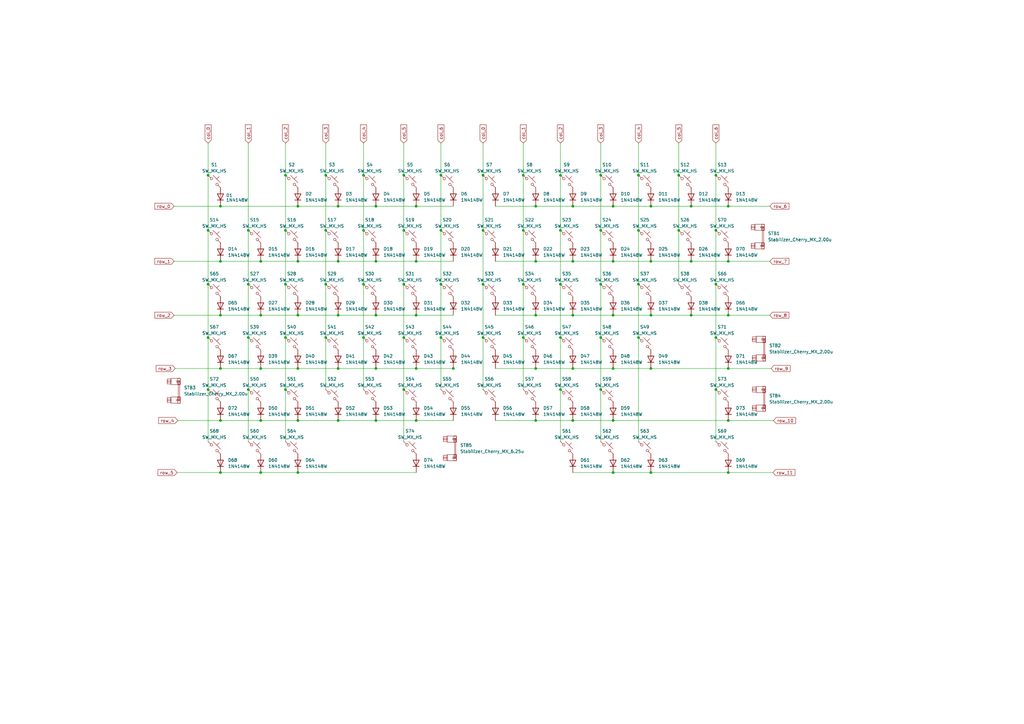
<source format=kicad_sch>
(kicad_sch (version 20250114) (generator "eeschema") (generator_version "9.0")
  (paper "A3")
  (junction (at 138.684 172.466))
  (junction (at 122.174 107.188))
  (junction (at 117.094 159.766))
  (junction (at 251.46 107.188))
  (junction (at 261.874 94.488))
  (junction (at 154.178 129.286))
  (junction (at 293.624 159.766))
  (junction (at 138.684 129.286))
  (junction (at 246.38 138.43))
  (junction (at 198.12 71.882))
  (junction (at 229.87 94.488))
  (junction (at 117.094 116.586))
  (junction (at 85.344 71.882))
  (junction (at 154.178 172.466))
  (junction (at 117.094 138.43))
  (junction (at 293.624 71.882))
  (junction (at 154.178 107.188))
  (junction (at 180.848 71.882))
  (junction (at 170.688 151.13))
  (junction (at 229.87 116.586))
  (junction (at 283.464 107.188))
  (junction (at 298.704 129.286))
  (junction (at 214.63 138.43))
  (junction (at 106.934 107.188))
  (junction (at 293.624 116.586))
  (junction (at 85.344 159.766))
  (junction (at 133.604 138.43))
  (junction (at 90.424 172.466))
  (junction (at 133.604 94.488))
  (junction (at 219.71 151.13))
  (junction (at 133.604 116.586))
  (junction (at 251.46 172.466))
  (junction (at 149.098 71.882))
  (junction (at 261.874 71.882))
  (junction (at 122.174 84.582))
  (junction (at 198.12 116.586))
  (junction (at 214.63 71.882))
  (junction (at 219.71 84.582))
  (junction (at 298.704 172.466))
  (junction (at 246.38 116.586))
  (junction (at 251.46 193.802))
  (junction (at 138.684 84.582))
  (junction (at 261.874 138.43))
  (junction (at 214.63 94.488))
  (junction (at 246.38 71.882))
  (junction (at 85.344 116.586))
  (junction (at 293.624 138.43))
  (junction (at 298.704 193.802))
  (junction (at 149.098 116.586))
  (junction (at 165.608 116.586))
  (junction (at 198.12 94.488))
  (junction (at 165.608 138.43))
  (junction (at 101.854 94.488))
  (junction (at 122.174 151.13))
  (junction (at 122.174 193.802))
  (junction (at 219.71 172.466))
  (junction (at 219.71 129.286))
  (junction (at 180.848 116.586))
  (junction (at 85.344 94.488))
  (junction (at 229.87 71.882))
  (junction (at 185.928 151.13))
  (junction (at 180.848 94.488))
  (junction (at 214.63 116.586))
  (junction (at 165.608 71.882))
  (junction (at 229.87 159.766))
  (junction (at 246.38 159.766))
  (junction (at 117.094 71.882))
  (junction (at 278.384 94.488))
  (junction (at 298.704 107.188))
  (junction (at 198.12 138.43))
  (junction (at 251.46 84.582))
  (junction (at 266.954 129.286))
  (junction (at 246.38 94.488))
  (junction (at 138.684 151.13))
  (junction (at 293.624 94.488))
  (junction (at 229.87 138.43))
  (junction (at 234.95 129.286))
  (junction (at 90.424 107.188))
  (junction (at 101.854 159.766))
  (junction (at 278.384 71.882))
  (junction (at 117.094 94.488))
  (junction (at 251.46 151.13))
  (junction (at 101.854 138.43))
  (junction (at 283.464 129.286))
  (junction (at 234.95 107.188))
  (junction (at 234.95 151.13))
  (junction (at 298.704 84.582))
  (junction (at 170.688 129.286))
  (junction (at 165.608 94.488))
  (junction (at 170.688 172.466))
  (junction (at 154.178 151.13))
  (junction (at 149.098 94.488))
  (junction (at 122.174 129.286))
  (junction (at 101.854 116.586))
  (junction (at 266.954 84.582))
  (junction (at 266.954 193.802))
  (junction (at 133.604 71.882))
  (junction (at 90.424 151.13))
  (junction (at 165.608 159.766))
  (junction (at 154.178 84.582))
  (junction (at 90.424 193.802))
  (junction (at 122.174 172.466))
  (junction (at 283.464 84.582))
  (junction (at 85.344 138.43))
  (junction (at 251.46 129.286))
  (junction (at 90.424 84.582))
  (junction (at 170.688 84.582))
  (junction (at 106.934 172.466))
  (junction (at 149.098 138.43))
  (junction (at 234.95 172.466))
  (junction (at 219.71 107.188))
  (junction (at 106.934 193.802))
  (junction (at 106.934 151.13))
  (junction (at 106.934 129.286))
  (junction (at 266.954 107.188))
  (junction (at 170.688 107.188))
  (junction (at 266.954 151.13))
  (junction (at 90.424 129.286))
  (junction (at 180.848 138.43))
  (junction (at 298.704 151.13))
  (junction (at 234.95 84.582))
  (junction (at 261.874 116.586))
  (junction (at 138.684 107.188))
  (wire (pts (xy 266.954 193.802) (xy 298.704 193.802)))
  (wire (pts (xy 261.874 94.488) (xy 261.874 116.586)))
  (wire (pts (xy 101.854 159.766) (xy 101.854 181.102)))
  (wire (pts (xy 214.63 71.882) (xy 214.63 94.488)))
  (wire (pts (xy 298.704 107.188) (xy 315.722 107.188)))
  (wire (pts (xy 229.87 138.43) (xy 229.87 159.766)))
  (wire (pts (xy 154.178 172.466) (xy 170.688 172.466)))
  (wire (pts (xy 293.624 138.43) (xy 293.624 159.766)))
  (wire (pts (xy 165.608 116.586) (xy 165.608 138.43)))
  (wire (pts (xy 203.2 151.13) (xy 219.71 151.13)))
  (wire (pts (xy 229.87 58.674) (xy 229.87 71.882)))
  (wire (pts (xy 90.424 129.286) (xy 106.934 129.286)))
  (wire (pts (xy 229.87 159.766) (xy 229.87 181.102)))
  (wire (pts (xy 71.882 151.13) (xy 90.424 151.13)))
  (wire (pts (xy 117.094 71.882) (xy 117.094 94.488)))
  (wire (pts (xy 234.95 107.188) (xy 251.46 107.188)))
  (wire (pts (xy 214.63 94.488) (xy 214.63 116.586)))
  (wire (pts (xy 229.87 94.488) (xy 229.87 116.586)))
  (wire (pts (xy 170.688 151.13) (xy 185.928 151.13)))
  (wire (pts (xy 214.63 116.586) (xy 214.63 138.43)))
  (wire (pts (xy 293.624 159.766) (xy 293.624 181.102)))
  (wire (pts (xy 138.684 151.13) (xy 154.178 151.13)))
  (wire (pts (xy 203.2 107.188) (xy 219.71 107.188)))
  (wire (pts (xy 138.684 84.582) (xy 154.178 84.582)))
  (wire (pts (xy 101.854 116.586) (xy 101.854 138.43)))
  (wire (pts (xy 90.424 172.466) (xy 106.934 172.466)))
  (wire (pts (xy 90.424 107.188) (xy 106.934 107.188)))
  (wire (pts (xy 85.344 138.43) (xy 85.344 159.766)))
  (wire (pts (xy 185.928 151.13) (xy 186.436 151.13)))
  (wire (pts (xy 165.608 94.488) (xy 165.608 116.586)))
  (wire (pts (xy 71.374 84.582) (xy 90.424 84.582)))
  (wire (pts (xy 85.344 159.766) (xy 85.344 181.102)))
  (wire (pts (xy 170.688 129.286) (xy 185.928 129.286)))
  (wire (pts (xy 180.848 71.882) (xy 180.848 94.488)))
  (wire (pts (xy 251.46 129.286) (xy 266.954 129.286)))
  (wire (pts (xy 293.624 58.674) (xy 293.624 71.882)))
  (wire (pts (xy 71.374 107.188) (xy 90.424 107.188)))
  (wire (pts (xy 234.95 193.802) (xy 251.46 193.802)))
  (wire (pts (xy 283.464 107.188) (xy 298.704 107.188)))
  (wire (pts (xy 106.934 193.802) (xy 122.174 193.802)))
  (wire (pts (xy 149.098 138.43) (xy 149.098 159.766)))
  (wire (pts (xy 251.46 84.582) (xy 266.954 84.582)))
  (wire (pts (xy 133.604 94.488) (xy 133.604 116.586)))
  (wire (pts (xy 219.71 107.188) (xy 234.95 107.188)))
  (wire (pts (xy 234.95 129.286) (xy 251.46 129.286)))
  (wire (pts (xy 246.38 138.43) (xy 246.38 159.766)))
  (wire (pts (xy 149.098 94.488) (xy 149.098 116.586)))
  (wire (pts (xy 219.71 172.466) (xy 234.95 172.466)))
  (wire (pts (xy 266.954 107.188) (xy 283.464 107.188)))
  (wire (pts (xy 85.344 94.488) (xy 85.344 116.586)))
  (wire (pts (xy 101.854 138.43) (xy 101.854 159.766)))
  (wire (pts (xy 219.71 151.13) (xy 234.95 151.13)))
  (wire (pts (xy 138.684 172.466) (xy 154.178 172.466)))
  (wire (pts (xy 71.374 129.286) (xy 90.424 129.286)))
  (wire (pts (xy 133.604 116.586) (xy 133.604 138.43)))
  (wire (pts (xy 117.094 58.674) (xy 117.094 71.882)))
  (wire (pts (xy 246.38 58.674) (xy 246.38 71.882)))
  (wire (pts (xy 90.424 193.802) (xy 106.934 193.802)))
  (wire (pts (xy 170.688 84.582) (xy 185.928 84.582)))
  (wire (pts (xy 261.874 71.882) (xy 261.874 94.488)))
  (wire (pts (xy 154.178 107.188) (xy 170.688 107.188)))
  (wire (pts (xy 293.624 116.586) (xy 293.624 138.43)))
  (wire (pts (xy 251.46 151.13) (xy 266.954 151.13)))
  (wire (pts (xy 214.63 138.43) (xy 214.63 159.766)))
  (wire (pts (xy 293.624 71.882) (xy 293.624 94.488)))
  (wire (pts (xy 229.87 116.586) (xy 229.87 138.43)))
  (wire (pts (xy 122.174 172.466) (xy 138.684 172.466)))
  (wire (pts (xy 203.2 84.582) (xy 219.71 84.582)))
  (wire (pts (xy 203.2 129.286) (xy 219.71 129.286)))
  (wire (pts (xy 219.71 84.582) (xy 234.95 84.582)))
  (wire (pts (xy 101.854 58.674) (xy 101.854 94.488)))
  (wire (pts (xy 266.954 84.582) (xy 283.464 84.582)))
  (wire (pts (xy 246.38 71.882) (xy 246.38 94.488)))
  (wire (pts (xy 246.38 159.766) (xy 246.38 181.102)))
  (wire (pts (xy 198.12 71.882) (xy 198.12 94.488)))
  (wire (pts (xy 298.704 151.13) (xy 316.23 151.13)))
  (wire (pts (xy 198.12 94.488) (xy 198.12 116.586)))
  (wire (pts (xy 298.704 84.582) (xy 315.722 84.582)))
  (wire (pts (xy 198.12 58.674) (xy 198.12 71.882)))
  (wire (pts (xy 117.094 94.488) (xy 117.094 116.586)))
  (wire (pts (xy 85.344 116.586) (xy 85.344 138.43)))
  (wire (pts (xy 251.46 172.466) (xy 298.704 172.466)))
  (wire (pts (xy 261.874 58.674) (xy 261.874 71.882)))
  (wire (pts (xy 106.934 151.13) (xy 122.174 151.13)))
  (wire (pts (xy 154.178 151.13) (xy 170.688 151.13)))
  (wire (pts (xy 180.848 94.488) (xy 180.848 116.586)))
  (wire (pts (xy 149.098 116.586) (xy 149.098 138.43)))
  (wire (pts (xy 165.608 71.882) (xy 165.608 94.488)))
  (wire (pts (xy 198.12 116.586) (xy 198.12 138.43)))
  (wire (pts (xy 90.424 84.582) (xy 122.174 84.582)))
  (wire (pts (xy 90.424 151.13) (xy 106.934 151.13)))
  (wire (pts (xy 122.174 84.582) (xy 138.684 84.582)))
  (wire (pts (xy 283.464 84.582) (xy 298.704 84.582)))
  (wire (pts (xy 117.094 159.766) (xy 117.094 181.102)))
  (wire (pts (xy 298.704 172.466) (xy 317.246 172.466)))
  (wire (pts (xy 122.174 193.802) (xy 170.688 193.802)))
  (wire (pts (xy 138.684 129.286) (xy 154.178 129.286)))
  (wire (pts (xy 234.95 151.13) (xy 251.46 151.13)))
  (wire (pts (xy 154.178 129.286) (xy 170.688 129.286)))
  (wire (pts (xy 180.848 138.43) (xy 180.848 159.766)))
  (wire (pts (xy 246.38 116.586) (xy 246.38 138.43)))
  (wire (pts (xy 133.604 71.882) (xy 133.604 94.488)))
  (wire (pts (xy 138.684 107.188) (xy 154.178 107.188)))
  (wire (pts (xy 261.874 116.586) (xy 261.874 138.43)))
  (wire (pts (xy 133.604 58.674) (xy 133.604 71.882)))
  (wire (pts (xy 149.098 71.882) (xy 149.098 94.488)))
  (wire (pts (xy 180.848 58.674) (xy 180.848 71.882)))
  (wire (pts (xy 122.174 129.286) (xy 138.684 129.286)))
  (wire (pts (xy 106.934 129.286) (xy 122.174 129.286)))
  (wire (pts (xy 165.608 138.43) (xy 165.608 159.766)))
  (wire (pts (xy 234.95 172.466) (xy 251.46 172.466)))
  (wire (pts (xy 293.624 94.488) (xy 293.624 116.586)))
  (wire (pts (xy 154.178 84.582) (xy 170.688 84.582)))
  (wire (pts (xy 180.848 116.586) (xy 180.848 138.43)))
  (wire (pts (xy 133.604 138.43) (xy 133.604 159.766)))
  (wire (pts (xy 278.384 58.674) (xy 278.384 71.882)))
  (wire (pts (xy 106.934 172.466) (xy 122.174 172.466)))
  (wire (pts (xy 278.384 94.488) (xy 278.384 116.586)))
  (wire (pts (xy 229.87 71.882) (xy 229.87 94.488)))
  (wire (pts (xy 85.344 58.674) (xy 85.344 71.882)))
  (wire (pts (xy 101.854 94.488) (xy 101.854 116.586)))
  (wire (pts (xy 117.094 116.586) (xy 117.094 138.43)))
  (wire (pts (xy 198.12 138.43) (xy 198.12 159.766)))
  (wire (pts (xy 122.174 151.13) (xy 138.684 151.13)))
  (wire (pts (xy 246.38 94.488) (xy 246.38 116.586)))
  (wire (pts (xy 266.954 129.286) (xy 283.464 129.286)))
  (wire (pts (xy 298.704 193.802) (xy 316.992 193.802)))
  (wire (pts (xy 251.46 107.188) (xy 266.954 107.188)))
  (wire (pts (xy 72.898 172.466) (xy 90.424 172.466)))
  (wire (pts (xy 214.63 58.674) (xy 214.63 71.882)))
  (wire (pts (xy 170.688 172.466) (xy 185.928 172.466)))
  (wire (pts (xy 251.46 193.802) (xy 266.954 193.802)))
  (wire (pts (xy 72.644 193.802) (xy 90.424 193.802)))
  (wire (pts (xy 85.344 71.882) (xy 85.344 94.488)))
  (wire (pts (xy 165.608 58.674) (xy 165.608 71.882)))
  (wire (pts (xy 170.688 107.188) (xy 185.928 107.188)))
  (wire (pts (xy 106.934 107.188) (xy 122.174 107.188)))
  (wire (pts (xy 219.71 129.286) (xy 234.95 129.286)))
  (wire (pts (xy 149.098 58.674) (xy 149.098 71.882)))
  (wire (pts (xy 278.384 71.882) (xy 278.384 94.488)))
  (wire (pts (xy 266.954 151.13) (xy 298.704 151.13)))
  (wire (pts (xy 122.174 107.188) (xy 138.684 107.188)))
  (wire (pts (xy 283.464 129.286) (xy 298.704 129.286)))
  (wire (pts (xy 261.874 138.43) (xy 261.874 181.102)))
  (wire (pts (xy 298.704 129.286) (xy 315.722 129.286)))
  (wire (pts (xy 165.608 159.766) (xy 165.608 181.102)))
  (wire (pts (xy 117.094 138.43) (xy 117.094 159.766)))
  (wire (pts (xy 203.2 172.466) (xy 219.71 172.466)))
  (wire (pts (xy 234.95 84.582) (xy 251.46 84.582)))
  (global_label "row_3" (shape input) (at 71.882 151.13 180) (property "Intersheetrefs" "${INTERSHEET_REFS}" (effects (hide yes))))
  (global_label "row_5" (shape input) (at 72.644 193.802 180) (property "Intersheetrefs" "${INTERSHEET_REFS}" (effects (hide yes))))
  (global_label "row_0" (shape input) (at 71.374 84.582 180) (property "Intersheetrefs" "${INTERSHEET_REFS}" (effects (hide yes))))
  (global_label "row_7" (shape input) (at 315.722 107.188 0) (property "Intersheetrefs" "${INTERSHEET_REFS}" (effects (hide yes))))
  (global_label "col_5" (shape input) (at 278.384 58.674 90) (property "Intersheetrefs" "${INTERSHEET_REFS}" (effects (hide yes))))
  (global_label "row_11" (shape input) (at 316.992 193.802 0) (property "Intersheetrefs" "${INTERSHEET_REFS}" (effects (hide yes))))
  (global_label "row_6" (shape input) (at 315.722 84.582 0) (property "Intersheetrefs" "${INTERSHEET_REFS}" (effects (hide yes))))
  (global_label "col_6" (shape input) (at 293.624 58.674 90) (property "Intersheetrefs" "${INTERSHEET_REFS}" (effects (hide yes))))
  (global_label "row_4" (shape input) (at 72.898 172.466 180) (property "Intersheetrefs" "${INTERSHEET_REFS}" (effects (hide yes))))
  (global_label "row_2" (shape input) (at 71.374 129.286 180) (property "Intersheetrefs" "${INTERSHEET_REFS}" (effects (hide yes))))
  (global_label "col_5" (shape input) (at 165.608 58.674 90) (property "Intersheetrefs" "${INTERSHEET_REFS}" (effects (hide yes))))
  (global_label "col_3" (shape input) (at 133.604 58.674 90) (property "Intersheetrefs" "${INTERSHEET_REFS}" (effects (hide yes))))
  (global_label "row_10" (shape input) (at 317.246 172.466 0) (property "Intersheetrefs" "${INTERSHEET_REFS}" (effects (hide yes))))
  (global_label "col_4" (shape input) (at 149.098 58.674 90) (property "Intersheetrefs" "${INTERSHEET_REFS}" (effects (hide yes))))
  (global_label "col_0" (shape input) (at 85.344 58.674 90) (property "Intersheetrefs" "${INTERSHEET_REFS}" (effects (hide yes))))
  (global_label "col_1" (shape input) (at 214.63 58.674 90) (property "Intersheetrefs" "${INTERSHEET_REFS}" (effects (hide yes))))
  (global_label "col_6" (shape input) (at 180.848 58.674 90) (property "Intersheetrefs" "${INTERSHEET_REFS}" (effects (hide yes))))
  (global_label "col_4" (shape input) (at 261.874 58.674 90) (property "Intersheetrefs" "${INTERSHEET_REFS}" (effects (hide yes))))
  (global_label "col_1" (shape input) (at 101.854 58.674 90) (property "Intersheetrefs" "${INTERSHEET_REFS}" (effects (hide yes))))
  (global_label "col_2" (shape input) (at 229.87 58.674 90) (property "Intersheetrefs" "${INTERSHEET_REFS}" (effects (hide yes))))
  (global_label "row_9" (shape input) (at 316.23 151.13 0) (property "Intersheetrefs" "${INTERSHEET_REFS}" (effects (hide yes))))
  (global_label "col_0" (shape input) (at 198.12 58.674 90) (property "Intersheetrefs" "${INTERSHEET_REFS}" (effects (hide yes))))
  (global_label "col_2" (shape input) (at 117.094 58.674 90) (property "Intersheetrefs" "${INTERSHEET_REFS}" (effects (hide yes))))
  (global_label "col_3" (shape input) (at 246.38 58.674 90) (property "Intersheetrefs" "${INTERSHEET_REFS}" (effects (hide yes))))
  (global_label "row_8" (shape input) (at 315.722 129.286 0) (property "Intersheetrefs" "${INTERSHEET_REFS}" (effects (hide yes))))
  (global_label "row_1" (shape input) (at 71.374 107.188 180) (property "Intersheetrefs" "${INTERSHEET_REFS}" (effects (hide yes))))
  (symbol (lib_id "TB2086_KEYSWITCH:SW_MX_HS") (at 232.41 97.028 0) (unit 1)
    (property "Reference" "S23" (at 232.41 90.17 0))
    (property "Value" "SW_MX_HS" (at 232.41 92.71 0))
    (property "Footprint" "TB2086_KEYSWITCH:SW_MX_HS_1u" (effects (hide yes)))
    (property "LCSC" "C9900021274" (effects (hide yes)))
  )
  (symbol (lib_id "TB2086_KEYSWITCH:SW_MX_HS") (at 200.66 97.028 0) (unit 1)
    (property "Reference" "S21" (at 200.66 90.17 0))
    (property "Value" "SW_MX_HS" (at 200.66 92.71 0))
    (property "Footprint" "TB2086_KEYSWITCH:SW_MX_HS_1u" (effects (hide yes)))
    (property "LCSC" "C9900021274" (effects (hide yes)))
  )
  (symbol (lib_id "Device:D") (at 219.71 125.476 90) (unit 1)
    (property "Reference" "D34" (at 222.758 124.2059 90) (effects (justify right)))
    (property "Value" "1N4148W" (at 222.758 126.7459 90) (effects (justify right)))
    (property "Footprint" "TB2086_SMD:D3_SMD" (effects (hide yes)))
    (property "LCSC" "C7420318" (effects (hide yes)))
  )
  (symbol (lib_id "TB2086_KEYSWITCH:SW_MX_HS") (at 151.638 119.126 0) (unit 1)
    (property "Reference" "S30" (at 151.638 112.268 0))
    (property "Value" "SW_MX_HS" (at 151.638 114.808 0))
    (property "Footprint" "TB2086_KEYSWITCH:SW_MX_HS_1u" (effects (hide yes)))
    (property "LCSC" "C9900021274" (effects (hide yes)))
  )
  (symbol (lib_id "TB2086_KEYSWITCH:SW_MX_HS") (at 264.414 74.422 0) (unit 1)
    (property "Reference" "S11" (at 264.414 67.564 0))
    (property "Value" "SW_MX_HS" (at 264.414 70.104 0))
    (property "Footprint" "TB2086_KEYSWITCH:SW_MX_HS_1u" (effects (hide yes)))
    (property "LCSC" "C9900021274" (effects (hide yes)))
  )
  (symbol (lib_id "TB2086_KEYSWITCH:SW_MX_HS") (at 104.394 119.126 0) (unit 1)
    (property "Reference" "S27" (at 104.394 112.268 0))
    (property "Value" "SW_MX_HS" (at 104.394 114.808 0))
    (property "Footprint" "TB2086_KEYSWITCH:SW_MX_HS_1u" (effects (hide yes)))
    (property "LCSC" "C9900021274" (effects (hide yes)))
  )
  (symbol (lib_id "Device:D") (at 122.174 80.772 90) (unit 1)
    (property "Reference" "D2" (at 125.222 79.5019 90) (effects (justify right)))
    (property "Value" "1N4148W" (at 125.222 82.0419 90) (effects (justify right)))
    (property "Footprint" "TB2086_SMD:D3_SMD" (effects (hide yes)))
    (property "LCSC" "C7420318" (effects (hide yes)))
  )
  (symbol (lib_id "TB2086_KEYSWITCH:SW_MX_HS") (at 264.414 183.642 0) (unit 1)
    (property "Reference" "S63" (at 264.414 176.784 0))
    (property "Value" "SW_MX_HS" (at 264.414 179.324 0))
    (property "Footprint" "TB2086_KEYSWITCH:SW_MX_HS_1u" (effects (hide yes)))
    (property "LCSC" "C9900021274" (effects (hide yes)))
  )
  (symbol (lib_id "TB2086_KEYSWITCH:SW_MX_HS") (at 296.164 140.97 0) (unit 1)
    (property "Reference" "S71" (at 296.164 134.112 0))
    (property "Value" "SW_MX_HS" (at 296.164 136.652 0))
    (property "Footprint" "TB2086_KEYSWITCH:SW_MX_HS_2.25u" (effects (hide yes)))
    (property "LCSC" "C9900021274" (effects (hide yes)))
  )
  (symbol (lib_id "TB2086_KEYSWITCH:SW_MX_HS") (at 119.634 97.028 0) (unit 1)
    (property "Reference" "S16" (at 119.634 90.17 0))
    (property "Value" "SW_MX_HS" (at 119.634 92.71 0))
    (property "Footprint" "TB2086_KEYSWITCH:SW_MX_HS_1u" (effects (hide yes)))
    (property "LCSC" "C9900021274" (effects (hide yes)))
  )
  (symbol (lib_id "Device:D") (at 298.704 125.476 90) (unit 1)
    (property "Reference" "D66" (at 301.752 124.2059 90) (effects (justify right)))
    (property "Value" "1N4148W" (at 301.752 126.7459 90) (effects (justify right)))
    (property "Footprint" "TB2086_SMD:D3_SMD" (effects (hide yes)))
    (property "LCSC" "C7420318" (effects (hide yes)))
  )
  (symbol (lib_id "Device:D") (at 138.684 147.32 90) (unit 1)
    (property "Reference" "D41" (at 141.732 146.0499 90) (effects (justify right)))
    (property "Value" "1N4148W" (at 141.732 148.5899 90) (effects (justify right)))
    (property "Footprint" "TB2086_SMD:D3_SMD" (effects (hide yes)))
    (property "LCSC" "C7420318" (effects (hide yes)))
  )
  (symbol (lib_id "TB2086_KEYSWITCH:SW_MX_HS") (at 104.394 140.97 0) (unit 1)
    (property "Reference" "S39" (at 104.394 134.112 0))
    (property "Value" "SW_MX_HS" (at 104.394 136.652 0))
    (property "Footprint" "TB2086_KEYSWITCH:SW_MX_HS_1u" (effects (hide yes)))
    (property "LCSC" "C9900021274" (effects (hide yes)))
  )
  (symbol (lib_id "TB2086_KEYSWITCH:SW_MX_HS") (at 296.164 183.642 0) (unit 1)
    (property "Reference" "S69" (at 296.164 176.784 0))
    (property "Value" "SW_MX_HS" (at 296.164 179.324 0))
    (property "Footprint" "TB2086_KEYSWITCH:SW_MX_HS_1.75u" (effects (hide yes)))
    (property "LCSC" "C9900021274" (effects (hide yes)))
  )
  (symbol (lib_id "Device:D") (at 170.688 103.378 90) (unit 1)
    (property "Reference" "D19" (at 173.736 102.1079 90) (effects (justify right)))
    (property "Value" "1N4148W" (at 173.736 104.6479 90) (effects (justify right)))
    (property "Footprint" "TB2086_SMD:D3_SMD" (effects (hide yes)))
    (property "LCSC" "C7420318" (effects (hide yes)))
  )
  (symbol (lib_id "Device:D") (at 185.928 125.476 90) (unit 1)
    (property "Reference" "D32" (at 188.976 124.2059 90) (effects (justify right)))
    (property "Value" "1N4148W" (at 188.976 126.7459 90) (effects (justify right)))
    (property "Footprint" "TB2086_SMD:D3_SMD" (effects (hide yes)))
    (property "LCSC" "C7420318" (effects (hide yes)))
  )
  (symbol (lib_id "TB2086_KEYSWITCH:SW_MX_HS") (at 217.17 140.97 0) (unit 1)
    (property "Reference" "S46" (at 217.17 134.112 0))
    (property "Value" "SW_MX_HS" (at 217.17 136.652 0))
    (property "Footprint" "TB2086_KEYSWITCH:SW_MX_HS_1u" (effects (hide yes)))
    (property "LCSC" "C9900021274" (effects (hide yes)))
  )
  (symbol (lib_id "Device:D") (at 154.178 168.656 90) (unit 1)
    (property "Reference" "D53" (at 157.226 167.3859 90) (effects (justify right)))
    (property "Value" "1N4148W" (at 157.226 169.9259 90) (effects (justify right)))
    (property "Footprint" "TB2086_SMD:D3_SMD" (effects (hide yes)))
    (property "LCSC" "C7420318" (effects (hide yes)))
  )
  (symbol (lib_id "TB2086_KEYSWITCH:SW_MX_HS") (at 168.148 162.306 0) (unit 1)
    (property "Reference" "S54" (at 168.148 155.448 0))
    (property "Value" "SW_MX_HS" (at 168.148 157.988 0))
    (property "Footprint" "TB2086_KEYSWITCH:SW_MX_HS_1u" (effects (hide yes)))
    (property "LCSC" "C9900021274" (effects (hide yes)))
  )
  (symbol (lib_id "Device:D") (at 106.934 147.32 90) (unit 1)
    (property "Reference" "D39" (at 109.982 146.0499 90) (effects (justify right)))
    (property "Value" "1N4148W" (at 109.982 148.5899 90) (effects (justify right)))
    (property "Footprint" "TB2086_SMD:D3_SMD" (effects (hide yes)))
    (property "LCSC" "C7420318" (effects (hide yes)))
  )
  (symbol (lib_id "Device:D") (at 283.464 103.378 90) (unit 1)
    (property "Reference" "D26" (at 286.512 102.1079 90) (effects (justify right)))
    (property "Value" "1N4148W" (at 286.512 104.6479 90) (effects (justify right)))
    (property "Footprint" "TB2086_SMD:D3_SMD" (effects (hide yes)))
    (property "LCSC" "C7420318" (effects (hide yes)))
  )
  (symbol (lib_id "Device:D") (at 251.46 168.656 90) (unit 1)
    (property "Reference" "D59" (at 254.508 167.3859 90) (effects (justify right)))
    (property "Value" "1N4148W" (at 254.508 169.9259 90) (effects (justify right)))
    (property "Footprint" "TB2086_SMD:D3_SMD" (effects (hide yes)))
    (property "LCSC" "C7420318" (effects (hide yes)))
  )
  (symbol (lib_id "Device:D") (at 90.424 103.378 90) (unit 1)
    (property "Reference" "D14" (at 93.472 102.1079 90) (effects (justify right)))
    (property "Value" "1N4148W" (at 93.472 104.6479 90) (effects (justify right)))
    (property "Footprint" "TB2086_SMD:D3_SMD" (effects (hide yes)))
    (property "LCSC" "C7420318" (effects (hide yes)))
  )
  (symbol (lib_id "Device:D") (at 266.954 189.992 90) (unit 1)
    (property "Reference" "D63" (at 270.002 188.7219 90) (effects (justify right)))
    (property "Value" "1N4148W" (at 270.002 191.2619 90) (effects (justify right)))
    (property "Footprint" "TB2086_SMD:D3_SMD" (effects (hide yes)))
    (property "LCSC" "C7420318" (effects (hide yes)))
  )
  (symbol (lib_id "Device:D") (at 234.95 80.772 90) (unit 1)
    (property "Reference" "D9" (at 237.998 79.5019 90) (effects (justify right)))
    (property "Value" "1N4148W" (at 237.998 82.0419 90) (effects (justify right)))
    (property "Footprint" "TB2086_SMD:D3_SMD" (effects (hide yes)))
    (property "LCSC" "C7420318" (effects (hide yes)))
  )
  (symbol (lib_id "Device:D") (at 106.934 103.378 90) (unit 1)
    (property "Reference" "D15" (at 109.982 102.1079 90) (effects (justify right)))
    (property "Value" "1N4148W" (at 109.982 104.6479 90) (effects (justify right)))
    (property "Footprint" "TB2086_SMD:D3_SMD" (effects (hide yes)))
    (property "LCSC" "C7420318" (effects (hide yes)))
  )
  (symbol (lib_id "TB2086_KEYSWITCH:SW_MX_HS") (at 87.884 140.97 0) (unit 1)
    (property "Reference" "S67" (at 87.884 134.112 0))
    (property "Value" "SW_MX_HS" (at 87.884 136.652 0))
    (property "Footprint" "TB2086_KEYSWITCH:SW_MX_HS_1.75u" (effects (hide yes)))
    (property "LCSC" "C9900021274" (effects (hide yes)))
  )
  (symbol (lib_id "TB2086_KEYSWITCH:SW_MX_HS") (at 119.634 183.642 0) (unit 1)
    (property "Reference" "S64" (at 119.634 176.784 0))
    (property "Value" "SW_MX_HS" (at 119.634 179.324 0))
    (property "Footprint" "TB2086_KEYSWITCH:SW_MX_HS_1.25u" (effects (hide yes)))
    (property "LCSC" "C9900021274" (effects (hide yes)))
  )
  (symbol (lib_id "Device:D") (at 298.704 189.992 90) (unit 1)
    (property "Reference" "D69" (at 301.752 188.7219 90) (effects (justify right)))
    (property "Value" "1N4148W" (at 301.752 191.2619 90) (effects (justify right)))
    (property "Footprint" "TB2086_SMD:D3_SMD" (effects (hide yes)))
    (property "LCSC" "C7420318" (effects (hide yes)))
  )
  (symbol (lib_id "TB2086_KEYSWITCH:SW_MX_HS") (at 296.164 162.306 0) (unit 1)
    (property "Reference" "S73" (at 296.164 155.448 0))
    (property "Value" "SW_MX_HS" (at 296.164 157.988 0))
    (property "Footprint" "TB2086_KEYSWITCH:SW_MX_HS_2.75u" (effects (hide yes)))
    (property "LCSC" "C9900021274" (effects (hide yes)))
  )
  (symbol (lib_id "Device:D") (at 106.934 189.992 90) (unit 1)
    (property "Reference" "D60" (at 109.982 188.7219 90) (effects (justify right)))
    (property "Value" "1N4148W" (at 109.982 191.2619 90) (effects (justify right)))
    (property "Footprint" "TB2086_SMD:D3_SMD" (effects (hide yes)))
    (property "LCSC" "C7420318" (effects (hide yes)))
  )
  (symbol (lib_id "Device:D") (at 90.424 147.32 90) (unit 1)
    (property "Reference" "D67" (at 93.472 146.0499 90) (effects (justify right)))
    (property "Value" "1N4148W" (at 93.472 148.5899 90) (effects (justify right)))
    (property "Footprint" "TB2086_SMD:D3_SMD" (effects (hide yes)))
    (property "LCSC" "C7420318" (effects (hide yes)))
  )
  (symbol (lib_id "TB2086_KEYSWITCH:SW_MX_HS") (at 104.394 162.306 0) (unit 1)
    (property "Reference" "S50" (at 104.394 155.448 0))
    (property "Value" "SW_MX_HS" (at 104.394 157.988 0))
    (property "Footprint" "TB2086_KEYSWITCH:SW_MX_HS_1u" (effects (hide yes)))
    (property "LCSC" "C9900021274" (effects (hide yes)))
  )
  (symbol (lib_id "Device:D") (at 185.928 147.32 90) (unit 1)
    (property "Reference" "D44" (at 188.976 146.0499 90) (effects (justify right)))
    (property "Value" "1N4148W" (at 188.976 148.5899 90) (effects (justify right)))
    (property "Footprint" "TB2086_SMD:D3_SMD" (effects (hide yes)))
    (property "LCSC" "C7420318" (effects (hide yes)))
  )
  (symbol (lib_id "TB2086_KEYSWITCH:SW_MX_HS") (at 264.414 119.126 0) (unit 1)
    (property "Reference" "S37" (at 264.414 112.268 0))
    (property "Value" "SW_MX_HS" (at 264.414 114.808 0))
    (property "Footprint" "TB2086_KEYSWITCH:SW_MX_HS_1u" (effects (hide yes)))
    (property "LCSC" "C9900021274" (effects (hide yes)))
  )
  (symbol (lib_id "Device:D") (at 266.954 103.378 90) (unit 1)
    (property "Reference" "D25" (at 270.002 102.1079 90) (effects (justify right)))
    (property "Value" "1N4148W" (at 270.002 104.6479 90) (effects (justify right)))
    (property "Footprint" "TB2086_SMD:D3_SMD" (effects (hide yes)))
    (property "LCSC" "C7420318" (effects (hide yes)))
  )
  (symbol (lib_id "TB2086_KEYSWITCH:SW_MX_HS") (at 87.884 162.306 0) (unit 1)
    (property "Reference" "S72" (at 87.884 155.448 0))
    (property "Value" "SW_MX_HS" (at 87.884 157.988 0))
    (property "Footprint" "TB2086_KEYSWITCH:SW_MX_HS_2.25u" (effects (hide yes)))
    (property "LCSC" "C9900021274" (effects (hide yes)))
  )
  (symbol (lib_id "Device:D") (at 122.174 147.32 90) (unit 1)
    (property "Reference" "D40" (at 125.222 146.0499 90) (effects (justify right)))
    (property "Value" "1N4148W" (at 125.222 148.5899 90) (effects (justify right)))
    (property "Footprint" "TB2086_SMD:D3_SMD" (effects (hide yes)))
    (property "LCSC" "C7420318" (effects (hide yes)))
  )
  (symbol (lib_id "Device:D") (at 106.934 125.476 90) (unit 1)
    (property "Reference" "D27" (at 109.982 124.2059 90) (effects (justify right)))
    (property "Value" "1N4148W" (at 109.982 126.7459 90) (effects (justify right)))
    (property "Footprint" "TB2086_SMD:D3_SMD" (effects (hide yes)))
    (property "LCSC" "C7420318" (effects (hide yes)))
  )
  (symbol (lib_id "Device:D") (at 266.954 80.772 90) (unit 1)
    (property "Reference" "D11" (at 270.002 79.5019 90) (effects (justify right)))
    (property "Value" "1N4148W" (at 270.002 82.0419 90) (effects (justify right)))
    (property "Footprint" "TB2086_SMD:D3_SMD" (effects (hide yes)))
    (property "LCSC" "C7420318" (effects (hide yes)))
  )
  (symbol (lib_id "Device:D") (at 298.704 103.378 90) (unit 1)
    (property "Reference" "D70" (at 301.752 102.1079 90) (effects (justify right)))
    (property "Value" "1N4148W" (at 301.752 104.6479 90) (effects (justify right)))
    (property "Footprint" "TB2086_SMD:D3_SMD" (effects (hide yes)))
    (property "LCSC" "C7420318" (effects (hide yes)))
  )
  (symbol (lib_id "Device:D") (at 122.174 189.992 90) (unit 1)
    (property "Reference" "D64" (at 125.222 188.7219 90) (effects (justify right)))
    (property "Value" "1N4148W" (at 125.222 191.2619 90) (effects (justify right)))
    (property "Footprint" "TB2086_SMD:D3_SMD" (effects (hide yes)))
    (property "LCSC" "C7420318" (effects (hide yes)))
  )
  (symbol (lib_id "Device:D") (at 185.928 103.378 90) (unit 1)
    (property "Reference" "D20" (at 188.976 102.1079 90) (effects (justify right)))
    (property "Value" "1N4148W" (at 188.976 104.6479 90) (effects (justify right)))
    (property "Footprint" "TB2086_SMD:D3_SMD" (effects (hide yes)))
    (property "LCSC" "C7420318" (effects (hide yes)))
  )
  (symbol (lib_id "Device:D") (at 203.2 147.32 90) (unit 1)
    (property "Reference" "D45" (at 206.248 146.0499 90) (effects (justify right)))
    (property "Value" "1N4148W" (at 206.248 148.5899 90) (effects (justify right)))
    (property "Footprint" "TB2086_SMD:D3_SMD" (effects (hide yes)))
    (property "LCSC" "C7420318" (effects (hide yes)))
  )
  (symbol (lib_id "TB2086_KEYSWITCH:SW_MX_HS") (at 248.92 162.306 0) (unit 1)
    (property "Reference" "S59" (at 248.92 155.448 0))
    (property "Value" "SW_MX_HS" (at 248.92 157.988 0))
    (property "Footprint" "TB2086_KEYSWITCH:SW_MX_HS_1u" (effects (hide yes)))
    (property "LCSC" "C9900021274" (effects (hide yes)))
  )
  (symbol (lib_id "Device:D") (at 219.71 168.656 90) (unit 1)
    (property "Reference" "D57" (at 222.758 167.3859 90) (effects (justify right)))
    (property "Value" "1N4148W" (at 222.758 169.9259 90) (effects (justify right)))
    (property "Footprint" "TB2086_SMD:D3_SMD" (effects (hide yes)))
    (property "LCSC" "C7420318" (effects (hide yes)))
  )
  (symbol (lib_id "TB2086_KEYSWITCH:SW_MX_HS") (at 183.388 140.97 0) (unit 1)
    (property "Reference" "S44" (at 183.388 134.112 0))
    (property "Value" "SW_MX_HS" (at 183.388 136.652 0))
    (property "Footprint" "TB2086_KEYSWITCH:SW_MX_HS_1u" (effects (hide yes)))
    (property "LCSC" "C9900021274" (effects (hide yes)))
  )
  (symbol (lib_id "Device:D") (at 170.688 189.992 90) (unit 1)
    (property "Reference" "D74" (at 173.736 188.7219 90) (effects (justify right)))
    (property "Value" "1N4148W" (at 173.736 191.2619 90) (effects (justify right)))
    (property "Footprint" "TB2086_SMD:D3_SMD" (effects (hide yes)))
    (property "LCSC" "C7420318" (effects (hide yes)))
  )
  (symbol (lib_id "TB2086_KEYSWITCH:SW_MX_HS") (at 87.884 97.028 0) (unit 1)
    (property "Reference" "S14" (at 87.884 90.17 0))
    (property "Value" "SW_MX_HS" (at 87.884 92.71 0))
    (property "Footprint" "TB2086_KEYSWITCH:SW_MX_HS_1u" (effects (hide yes)))
    (property "LCSC" "C9900021274" (effects (hide yes)))
  )
  (symbol (lib_id "TB2086_KEYSWITCH:SW_MX_HS") (at 183.388 162.306 0) (unit 1)
    (property "Reference" "S55" (at 183.388 155.448 0))
    (property "Value" "SW_MX_HS" (at 183.388 157.988 0))
    (property "Footprint" "TB2086_KEYSWITCH:SW_MX_HS_1u" (effects (hide yes)))
    (property "LCSC" "C9900021274" (effects (hide yes)))
  )
  (symbol (lib_id "TB2086_KEYSWITCH:SW_MX_HS") (at 248.92 74.422 0) (unit 1)
    (property "Reference" "S10" (at 248.92 67.564 0))
    (property "Value" "SW_MX_HS" (at 248.92 70.104 0))
    (property "Footprint" "TB2086_KEYSWITCH:SW_MX_HS_1u" (effects (hide yes)))
    (property "LCSC" "C9900021274" (effects (hide yes)))
  )
  (symbol (lib_id "Device:D") (at 298.704 168.656 90) (unit 1)
    (property "Reference" "D73" (at 301.752 167.3859 90) (effects (justify right)))
    (property "Value" "1N4148W" (at 301.752 169.9259 90) (effects (justify right)))
    (property "Footprint" "TB2086_SMD:D3_SMD" (effects (hide yes)))
    (property "LCSC" "C7420318" (effects (hide yes)))
  )
  (symbol (lib_id "Device:D") (at 170.688 147.32 90) (unit 1)
    (property "Reference" "D43" (at 173.736 146.0499 90) (effects (justify right)))
    (property "Value" "1N4148W" (at 173.736 148.5899 90) (effects (justify right)))
    (property "Footprint" "TB2086_SMD:D3_SMD" (effects (hide yes)))
    (property "LCSC" "C7420318" (effects (hide yes)))
  )
  (symbol (lib_id "Device:D") (at 122.174 125.476 90) (unit 1)
    (property "Reference" "D28" (at 125.222 124.2059 90) (effects (justify right)))
    (property "Value" "1N4148W" (at 125.222 126.7459 90) (effects (justify right)))
    (property "Footprint" "TB2086_SMD:D3_SMD" (effects (hide yes)))
    (property "LCSC" "C7420318" (effects (hide yes)))
  )
  (symbol (lib_id "TB2086_KEYSWITCH:SW_MX_HS") (at 168.148 119.126 0) (unit 1)
    (property "Reference" "S31" (at 168.148 112.268 0))
    (property "Value" "SW_MX_HS" (at 168.148 114.808 0))
    (property "Footprint" "TB2086_KEYSWITCH:SW_MX_HS_1u" (effects (hide yes)))
    (property "LCSC" "C9900021274" (effects (hide yes)))
  )
  (symbol (lib_id "Device:D") (at 138.684 125.476 90) (unit 1)
    (property "Reference" "D29" (at 141.732 124.2059 90) (effects (justify right)))
    (property "Value" "1N4148W" (at 141.732 126.7459 90) (effects (justify right)))
    (property "Footprint" "TB2086_SMD:D3_SMD" (effects (hide yes)))
    (property "LCSC" "C7420318" (effects (hide yes)))
  )
  (symbol (lib_id "Device:D") (at 219.71 103.378 90) (unit 1)
    (property "Reference" "D22" (at 222.758 102.1079 90) (effects (justify right)))
    (property "Value" "1N4148W" (at 222.758 104.6479 90) (effects (justify right)))
    (property "Footprint" "TB2086_SMD:D3_SMD" (effects (hide yes)))
    (property "LCSC" "C7420318" (effects (hide yes)))
  )
  (symbol (lib_id "TB2086_KEYSWITCH:SW_MX_HS") (at 136.144 140.97 0) (unit 1)
    (property "Reference" "S41" (at 136.144 134.112 0))
    (property "Value" "SW_MX_HS" (at 136.144 136.652 0))
    (property "Footprint" "TB2086_KEYSWITCH:SW_MX_HS_1u" (effects (hide yes)))
    (property "LCSC" "C9900021274" (effects (hide yes)))
  )
  (symbol (lib_id "Device:D") (at 138.684 168.656 90) (unit 1)
    (property "Reference" "D52" (at 141.732 167.3859 90) (effects (justify right)))
    (property "Value" "1N4148W" (at 141.732 169.9259 90) (effects (justify right)))
    (property "Footprint" "TB2086_SMD:D3_SMD" (effects (hide yes)))
    (property "LCSC" "C7420318" (effects (hide yes)))
  )
  (symbol (lib_id "TB2086_KEYSWITCH:SW_MX_HS") (at 87.884 183.642 0) (unit 1)
    (property "Reference" "S68" (at 87.884 176.784 0))
    (property "Value" "SW_MX_HS" (at 87.884 179.324 0))
    (property "Footprint" "TB2086_KEYSWITCH:SW_MX_HS_1.75u" (effects (hide yes)))
    (property "LCSC" "C9900021274" (effects (hide yes)))
  )
  (symbol (lib_id "TB2086_KEYSWITCH:SW_MX_HS") (at 136.144 119.126 0) (unit 1)
    (property "Reference" "S29" (at 136.144 112.268 0))
    (property "Value" "SW_MX_HS" (at 136.144 114.808 0))
    (property "Footprint" "TB2086_KEYSWITCH:SW_MX_HS_1u" (effects (hide yes)))
    (property "LCSC" "C9900021274" (effects (hide yes)))
  )
  (symbol (lib_id "Device:D") (at 203.2 168.656 90) (unit 1)
    (property "Reference" "D56" (at 206.248 167.3859 90) (effects (justify right)))
    (property "Value" "1N4148W" (at 206.248 169.9259 90) (effects (justify right)))
    (property "Footprint" "TB2086_SMD:D3_SMD" (effects (hide yes)))
    (property "LCSC" "C7420318" (effects (hide yes)))
  )
  (symbol (lib_id "TB2086_KEYSWITCH:SW_MX_HS") (at 217.17 97.028 0) (unit 1)
    (property "Reference" "S22" (at 217.17 90.17 0))
    (property "Value" "SW_MX_HS" (at 217.17 92.71 0))
    (property "Footprint" "TB2086_KEYSWITCH:SW_MX_HS_1u" (effects (hide yes)))
    (property "LCSC" "C9900021274" (effects (hide yes)))
  )
  (symbol (lib_id "Device:D") (at 234.95 189.992 90) (unit 1)
    (property "Reference" "D61" (at 237.998 188.7219 90) (effects (justify right)))
    (property "Value" "1N4148W" (at 237.998 191.2619 90) (effects (justify right)))
    (property "Footprint" "TB2086_SMD:D3_SMD" (effects (hide yes)))
    (property "LCSC" "C7420318" (effects (hide yes)))
  )
  (symbol (lib_id "TB2086_KEYSWITCH:SW_MX_HS") (at 151.638 74.422 0) (unit 1)
    (property "Reference" "S4" (at 151.638 67.564 0))
    (property "Value" "SW_MX_HS" (at 151.638 70.104 0))
    (property "Footprint" "TB2086_KEYSWITCH:SW_MX_HS_1u" (effects (hide yes)))
    (property "LCSC" "C9900021274" (effects (hide yes)))
  )
  (symbol (lib_id "Device:D") (at 251.46 80.772 90) (unit 1)
    (property "Reference" "D10" (at 254.508 79.5019 90) (effects (justify right)))
    (property "Value" "1N4148W" (at 254.508 82.0419 90) (effects (justify right)))
    (property "Footprint" "TB2086_SMD:D3_SMD" (effects (hide yes)))
    (property "LCSC" "C7420318" (effects (hide yes)))
  )
  (symbol (lib_id "Device:D") (at 154.178 125.476 90) (unit 1)
    (property "Reference" "D30" (at 157.226 124.2059 90) (effects (justify right)))
    (property "Value" "1N4148W" (at 157.226 126.7459 90) (effects (justify right)))
    (property "Footprint" "TB2086_SMD:D3_SMD" (effects (hide yes)))
    (property "LCSC" "C7420318" (effects (hide yes)))
  )
  (symbol (lib_id "TB2086_KEYSWITCH:SW_MX_HS") (at 232.41 183.642 0) (unit 1)
    (property "Reference" "S61" (at 232.41 176.784 0))
    (property "Value" "SW_MX_HS" (at 232.41 179.324 0))
    (property "Footprint" "TB2086_KEYSWITCH:SW_MX_HS_1u" (effects (hide yes)))
    (property "LCSC" "C9900021274" (effects (hide yes)))
  )
  (symbol (lib_id "Device:D") (at 185.928 168.656 90) (unit 1)
    (property "Reference" "D55" (at 188.976 167.3859 90) (effects (justify right)))
    (property "Value" "1N4148W" (at 188.976 169.9259 90) (effects (justify right)))
    (property "Footprint" "TB2086_SMD:D3_SMD" (effects (hide yes)))
    (property "LCSC" "C7420318" (effects (hide yes)))
  )
  (symbol (lib_id "PCM_marbastlib-mx:MX_stab") (at 311.404 163.576 90) (unit 1) (in_bom no)
    (property "Reference" "STB4" (at 315.468 162.3059 90) (effects (justify right)))
    (property "Value" "Stabilizer_Cherry_MX_2.00u" (at 315.468 164.8459 90) (effects (justify right)))
    (property "Footprint" "Stabilizer_Cherry_MX_2.00u" (effects (hide yes)))
  )
  (symbol (lib_id "TB2086_KEYSWITCH:SW_MX_HS") (at 280.924 119.126 0) (unit 1)
    (property "Reference" "S38" (at 280.924 112.268 0))
    (property "Value" "SW_MX_HS" (at 280.924 114.808 0))
    (property "Footprint" "TB2086_KEYSWITCH:SW_MX_HS_1u" (effects (hide yes)))
    (property "LCSC" "C9900021274" (effects (hide yes)))
  )
  (symbol (lib_id "TB2086_KEYSWITCH:SW_MX_HS") (at 232.41 162.306 0) (unit 1)
    (property "Reference" "S58" (at 232.41 155.448 0))
    (property "Value" "SW_MX_HS" (at 232.41 157.988 0))
    (property "Footprint" "TB2086_KEYSWITCH:SW_MX_HS_1u" (effects (hide yes)))
    (property "LCSC" "C9900021274" (effects (hide yes)))
  )
  (symbol (lib_id "Device:D") (at 298.704 80.772 90) (unit 1)
    (property "Reference" "D13" (at 301.752 79.5019 90) (effects (justify right)))
    (property "Value" "1N4148W" (at 301.752 82.0419 90) (effects (justify right)))
    (property "Footprint" "TB2086_SMD:D3_SMD" (effects (hide yes)))
    (property "LCSC" "C7420318" (effects (hide yes)))
  )
  (symbol (lib_id "TB2086_KEYSWITCH:SW_MX_HS") (at 200.66 140.97 0) (unit 1)
    (property "Reference" "S45" (at 200.66 134.112 0))
    (property "Value" "SW_MX_HS" (at 200.66 136.652 0))
    (property "Footprint" "TB2086_KEYSWITCH:SW_MX_HS_1u" (effects (hide yes)))
    (property "LCSC" "C9900021274" (effects (hide yes)))
  )
  (symbol (lib_id "TB2086_KEYSWITCH:SW_MX_HS") (at 119.634 74.422 0) (unit 1)
    (property "Reference" "S2" (at 119.634 67.564 0))
    (property "Value" "SW_MX_HS" (at 119.634 70.104 0))
    (property "Footprint" "TB2086_KEYSWITCH:SW_MX_HS_1u" (effects (hide yes)))
    (property "LCSC" "C9900021274" (effects (hide yes)))
  )
  (symbol (lib_id "Device:D") (at 251.46 125.476 90) (unit 1)
    (property "Reference" "D36" (at 254.508 124.2059 90) (effects (justify right)))
    (property "Value" "1N4148W" (at 254.508 126.7459 90) (effects (justify right)))
    (property "Footprint" "TB2086_SMD:D3_SMD" (effects (hide yes)))
    (property "LCSC" "C7420318" (effects (hide yes)))
  )
  (symbol (lib_id "TB2086_KEYSWITCH:SW_MX_HS") (at 280.924 74.422 0) (unit 1)
    (property "Reference" "S12" (at 280.924 67.564 0))
    (property "Value" "SW_MX_HS" (at 280.924 70.104 0))
    (property "Footprint" "TB2086_KEYSWITCH:SW_MX_HS_1u" (effects (hide yes)))
    (property "LCSC" "C9900021274" (effects (hide yes)))
  )
  (symbol (lib_id "TB2086_KEYSWITCH:SW_MX_HS") (at 264.414 140.97 0) (unit 1)
    (property "Reference" "S49" (at 264.414 134.112 0))
    (property "Value" "SW_MX_HS" (at 264.414 136.652 0))
    (property "Footprint" "TB2086_KEYSWITCH:SW_MX_HS_1u" (effects (hide yes)))
    (property "LCSC" "C9900021274" (effects (hide yes)))
  )
  (symbol (lib_id "PCM_marbastlib-mx:MX_stab") (at 184.658 183.896 90) (unit 1) (in_bom no)
    (property "Reference" "STB5" (at 188.722 182.6259 90) (effects (justify right)))
    (property "Value" "Stabilizer_Cherry_MX_6.25u" (at 188.722 185.1659 90) (effects (justify right)))
    (property "Footprint" "Stabilizer_Cherry_MX_6.25u" (effects (hide yes)))
  )
  (symbol (lib_id "Device:D") (at 203.2 125.476 90) (unit 1)
    (property "Reference" "D33" (at 206.248 124.2059 90) (effects (justify right)))
    (property "Value" "1N4148W" (at 206.248 126.7459 90) (effects (justify right)))
    (property "Footprint" "TB2086_SMD:D3_SMD" (effects (hide yes)))
    (property "LCSC" "C7420318" (effects (hide yes)))
  )
  (symbol (lib_id "TB2086_KEYSWITCH:SW_MX_HS") (at 296.164 74.422 0) (unit 1)
    (property "Reference" "S13" (at 296.164 67.564 0))
    (property "Value" "SW_MX_HS" (at 296.164 70.104 0))
    (property "Footprint" "TB2086_KEYSWITCH:SW_MX_HS_1u" (effects (hide yes)))
    (property "LCSC" "C9900021274" (effects (hide yes)))
  )
  (symbol (lib_id "Device:D") (at 298.704 147.32 90) (unit 1)
    (property "Reference" "D71" (at 301.752 146.0499 90) (effects (justify right)))
    (property "Value" "1N4148W" (at 301.752 148.5899 90) (effects (justify right)))
    (property "Footprint" "TB2086_SMD:D3_SMD" (effects (hide yes)))
    (property "LCSC" "C7420318" (effects (hide yes)))
  )
  (symbol (lib_id "TB2086_KEYSWITCH:SW_MX_HS") (at 104.394 97.028 0) (unit 1)
    (property "Reference" "S15" (at 104.394 90.17 0))
    (property "Value" "SW_MX_HS" (at 104.394 92.71 0))
    (property "Footprint" "TB2086_KEYSWITCH:SW_MX_HS_1u" (effects (hide yes)))
    (property "LCSC" "C9900021274" (effects (hide yes)))
  )
  (symbol (lib_id "TB2086_KEYSWITCH:SW_MX_HS") (at 183.388 74.422 0) (unit 1)
    (property "Reference" "S6" (at 183.388 67.564 0))
    (property "Value" "SW_MX_HS" (at 183.388 70.104 0))
    (property "Footprint" "TB2086_KEYSWITCH:SW_MX_HS_1u" (effects (hide yes)))
    (property "LCSC" "C9900021274" (effects (hide yes)))
  )
  (symbol (lib_id "TB2086_KEYSWITCH:SW_MX_HS") (at 296.164 97.028 0) (unit 1)
    (property "Reference" "S70" (at 296.164 90.17 0))
    (property "Value" "SW_MX_HS" (at 296.164 92.71 0))
    (property "Footprint" "TB2086_KEYSWITCH:SW_MX_HS_2u" (effects (hide yes)))
    (property "LCSC" "C9900021274" (effects (hide yes)))
  )
  (symbol (lib_id "TB2086_KEYSWITCH:SW_MX_HS") (at 119.634 162.306 0) (unit 1)
    (property "Reference" "S51" (at 119.634 155.448 0))
    (property "Value" "SW_MX_HS" (at 119.634 157.988 0))
    (property "Footprint" "TB2086_KEYSWITCH:SW_MX_HS_1u" (effects (hide yes)))
    (property "LCSC" "C9900021274" (effects (hide yes)))
  )
  (symbol (lib_id "TB2086_KEYSWITCH:SW_MX_HS") (at 217.17 162.306 0) (unit 1)
    (property "Reference" "S57" (at 217.17 155.448 0))
    (property "Value" "SW_MX_HS" (at 217.17 157.988 0))
    (property "Footprint" "TB2086_KEYSWITCH:SW_MX_HS_1u" (effects (hide yes)))
    (property "LCSC" "C9900021274" (effects (hide yes)))
  )
  (symbol (lib_id "Device:D") (at 138.684 80.772 90) (unit 1)
    (property "Reference" "D3" (at 141.732 79.5019 90) (effects (justify right)))
    (property "Value" "1N4148W" (at 141.732 82.0419 90) (effects (justify right)))
    (property "Footprint" "TB2086_SMD:D3_SMD" (effects (hide yes)))
    (property "LCSC" "C7420318" (effects (hide yes)))
  )
  (symbol (lib_id "TB2086_KEYSWITCH:SW_MX_HS") (at 183.388 119.126 0) (unit 1)
    (property "Reference" "S32" (at 183.388 112.268 0))
    (property "Value" "SW_MX_HS" (at 183.388 114.808 0))
    (property "Footprint" "TB2086_KEYSWITCH:SW_MX_HS_1u" (effects (hide yes)))
    (property "LCSC" "C9900021274" (effects (hide yes)))
  )
  (symbol (lib_id "Device:D") (at 234.95 168.656 90) (unit 1)
    (property "Reference" "D58" (at 237.998 167.3859 90) (effects (justify right)))
    (property "Value" "1N4148W" (at 237.998 169.9259 90) (effects (justify right)))
    (property "Footprint" "TB2086_SMD:D3_SMD" (effects (hide yes)))
    (property "LCSC" "C7420318" (effects (hide yes)))
  )
  (symbol (lib_id "TB2086_KEYSWITCH:SW_MX_HS") (at 200.66 119.126 0) (unit 1)
    (property "Reference" "S33" (at 200.66 112.268 0))
    (property "Value" "SW_MX_HS" (at 200.66 114.808 0))
    (property "Footprint" "TB2086_KEYSWITCH:SW_MX_HS_1u" (effects (hide yes)))
    (property "LCSC" "C9900021274" (effects (hide yes)))
  )
  (symbol (lib_id "TB2086_KEYSWITCH:SW_MX_HS") (at 151.638 140.97 0) (unit 1)
    (property "Reference" "S42" (at 151.638 134.112 0))
    (property "Value" "SW_MX_HS" (at 151.638 136.652 0))
    (property "Footprint" "TB2086_KEYSWITCH:SW_MX_HS_1u" (effects (hide yes)))
    (property "LCSC" "C9900021274" (effects (hide yes)))
  )
  (symbol (lib_id "Device:D") (at 203.2 80.772 90) (unit 1)
    (property "Reference" "D7" (at 206.248 79.5019 90) (effects (justify right)))
    (property "Value" "1N4148W" (at 206.248 82.0419 90) (effects (justify right)))
    (property "Footprint" "TB2086_SMD:D3_SMD" (effects (hide yes)))
    (property "LCSC" "C7420318" (effects (hide yes)))
  )
  (symbol (lib_id "TB2086_KEYSWITCH:SW_MX_HS") (at 200.66 74.422 0) (unit 1)
    (property "Reference" "S7" (at 200.66 67.564 0))
    (property "Value" "SW_MX_HS" (at 200.66 70.104 0))
    (property "Footprint" "TB2086_KEYSWITCH:SW_MX_HS_1u" (effects (hide yes)))
    (property "LCSC" "C9900021274" (effects (hide yes)))
  )
  (symbol (lib_id "Device:D") (at 122.174 103.378 90) (unit 1)
    (property "Reference" "D16" (at 125.222 102.1079 90) (effects (justify right)))
    (property "Value" "1N4148W" (at 125.222 104.6479 90) (effects (justify right)))
    (property "Footprint" "TB2086_SMD:D3_SMD" (effects (hide yes)))
    (property "LCSC" "C7420318" (effects (hide yes)))
  )
  (symbol (lib_id "Device:D") (at 106.934 168.656 90) (unit 1)
    (property "Reference" "D50" (at 109.982 167.3859 90) (effects (justify right)))
    (property "Value" "1N4148W" (at 109.982 169.9259 90) (effects (justify right)))
    (property "Footprint" "TB2086_SMD:D3_SMD" (effects (hide yes)))
    (property "LCSC" "C7420318" (effects (hide yes)))
  )
  (symbol (lib_id "TB2086_KEYSWITCH:SW_MX_HS") (at 136.144 162.306 0) (unit 1)
    (property "Reference" "S52" (at 136.144 155.448 0))
    (property "Value" "SW_MX_HS" (at 136.144 157.988 0))
    (property "Footprint" "TB2086_KEYSWITCH:SW_MX_HS_1u" (effects (hide yes)))
    (property "LCSC" "C9900021274" (effects (hide yes)))
  )
  (symbol (lib_id "TB2086_KEYSWITCH:SW_MX_HS") (at 151.638 97.028 0) (unit 1)
    (property "Reference" "S18" (at 151.638 90.17 0))
    (property "Value" "SW_MX_HS" (at 151.638 92.71 0))
    (property "Footprint" "TB2086_KEYSWITCH:SW_MX_HS_1u" (effects (hide yes)))
    (property "LCSC" "C9900021274" (effects (hide yes)))
  )
  (symbol (lib_id "TB2086_KEYSWITCH:SW_MX_HS") (at 280.924 97.028 0) (unit 1)
    (property "Reference" "S26" (at 280.924 90.17 0))
    (property "Value" "SW_MX_HS" (at 280.924 92.71 0))
    (property "Footprint" "TB2086_KEYSWITCH:SW_MX_HS_1u" (effects (hide yes)))
    (property "LCSC" "C9900021274" (effects (hide yes)))
  )
  (symbol (lib_id "TB2086_KEYSWITCH:SW_MX_HS") (at 200.66 162.306 0) (unit 1)
    (property "Reference" "S56" (at 200.66 155.448 0))
    (property "Value" "SW_MX_HS" (at 200.66 157.988 0))
    (property "Footprint" "TB2086_KEYSWITCH:SW_MX_HS_1u" (effects (hide yes)))
    (property "LCSC" "C9900021274" (effects (hide yes)))
  )
  (symbol (lib_id "Device:D") (at 203.2 103.378 90) (unit 1)
    (property "Reference" "D21" (at 206.248 102.1079 90) (effects (justify right)))
    (property "Value" "1N4148W" (at 206.248 104.6479 90) (effects (justify right)))
    (property "Footprint" "TB2086_SMD:D3_SMD" (effects (hide yes)))
    (property "LCSC" "C7420318" (effects (hide yes)))
  )
  (symbol (lib_id "PCM_marbastlib-mx:MX_stab") (at 71.374 160.274 90) (unit 1) (in_bom no)
    (property "Reference" "STB3" (at 75.438 159.0039 90) (effects (justify right)))
    (property "Value" "Stabilizer_Cherry_MX_2.00u" (at 75.438 161.5439 90) (effects (justify right)))
    (property "Footprint" "Stabilizer_Cherry_MX_2.00u" (effects (hide yes)))
  )
  (symbol (lib_id "Device:D") (at 154.178 147.32 90) (unit 1)
    (property "Reference" "D42" (at 157.226 146.0499 90) (effects (justify right)))
    (property "Value" "1N4148W" (at 157.226 148.5899 90) (effects (justify right)))
    (property "Footprint" "TB2086_SMD:D3_SMD" (effects (hide yes)))
    (property "LCSC" "C7420318" (effects (hide yes)))
  )
  (symbol (lib_id "Device:D") (at 170.688 80.772 90) (unit 1)
    (property "Reference" "D5" (at 173.736 79.5019 90) (effects (justify right)))
    (property "Value" "1N4148W" (at 173.736 82.0419 90) (effects (justify right)))
    (property "Footprint" "TB2086_SMD:D3_SMD" (effects (hide yes)))
    (property "LCSC" "C7420318" (effects (hide yes)))
  )
  (symbol (lib_id "Device:D") (at 90.424 168.656 90) (unit 1)
    (property "Reference" "D72" (at 93.472 167.3859 90) (effects (justify right)))
    (property "Value" "1N4148W" (at 93.472 169.9259 90) (effects (justify right)))
    (property "Footprint" "TB2086_SMD:D3_SMD" (effects (hide yes)))
    (property "LCSC" "C7420318" (effects (hide yes)))
  )
  (symbol (lib_id "TB2086_KEYSWITCH:SW_MX_HS") (at 296.164 119.126 0) (unit 1)
    (property "Reference" "S66" (at 296.164 112.268 0))
    (property "Value" "SW_MX_HS" (at 296.164 114.808 0))
    (property "Footprint" "TB2086_KEYSWITCH:SW_MX_HS_1.5u" (effects (hide yes)))
    (property "LCSC" "C9900021274" (effects (hide yes)))
  )
  (symbol (lib_id "TB2086_KEYSWITCH:SW_MX_HS") (at 264.414 97.028 0) (unit 1)
    (property "Reference" "S25" (at 264.414 90.17 0))
    (property "Value" "SW_MX_HS" (at 264.414 92.71 0))
    (property "Footprint" "TB2086_KEYSWITCH:SW_MX_HS_1u" (effects (hide yes)))
    (property "LCSC" "C9900021274" (effects (hide yes)))
  )
  (symbol (lib_id "Device:D") (at 154.178 103.378 90) (unit 1)
    (property "Reference" "D18" (at 157.226 102.1079 90) (effects (justify right)))
    (property "Value" "1N4148W" (at 157.226 104.6479 90) (effects (justify right)))
    (property "Footprint" "TB2086_SMD:D3_SMD" (effects (hide yes)))
    (property "LCSC" "C7420318" (effects (hide yes)))
  )
  (symbol (lib_id "Device:D") (at 283.464 80.772 90) (unit 1)
    (property "Reference" "D12" (at 286.512 79.5019 90) (effects (justify right)))
    (property "Value" "1N4148W" (at 286.512 82.0419 90) (effects (justify right)))
    (property "Footprint" "TB2086_SMD:D3_SMD" (effects (hide yes)))
    (property "LCSC" "C7420318" (effects (hide yes)))
  )
  (symbol (lib_id "TB2086_KEYSWITCH:SW_MX_HS") (at 168.148 74.422 0) (unit 1)
    (property "Reference" "S5" (at 168.148 67.564 0))
    (property "Value" "SW_MX_HS" (at 168.148 70.104 0))
    (property "Footprint" "TB2086_KEYSWITCH:SW_MX_HS_1u" (effects (hide yes)))
    (property "LCSC" "C9900021274" (effects (hide yes)))
  )
  (symbol (lib_id "TB2086_KEYSWITCH:SW_MX_HS") (at 232.41 74.422 0) (unit 1)
    (property "Reference" "S9" (at 232.41 67.564 0))
    (property "Value" "SW_MX_HS" (at 232.41 70.104 0))
    (property "Footprint" "TB2086_KEYSWITCH:SW_MX_HS_1u" (effects (hide yes)))
    (property "LCSC" "C9900021274" (effects (hide yes)))
  )
  (symbol (lib_id "Device:D") (at 234.95 125.476 90) (unit 1)
    (property "Reference" "D35" (at 237.998 124.2059 90) (effects (justify right)))
    (property "Value" "1N4148W" (at 237.998 126.7459 90) (effects (justify right)))
    (property "Footprint" "TB2086_SMD:D3_SMD" (effects (hide yes)))
    (property "LCSC" "C7420318" (effects (hide yes)))
  )
  (symbol (lib_id "TB2086_KEYSWITCH:SW_MX_HS") (at 232.41 140.97 0) (unit 1)
    (property "Reference" "S47" (at 232.41 134.112 0))
    (property "Value" "SW_MX_HS" (at 232.41 136.652 0))
    (property "Footprint" "TB2086_KEYSWITCH:SW_MX_HS_1u" (effects (hide yes)))
    (property "LCSC" "C9900021274" (effects (hide yes)))
  )
  (symbol (lib_id "Device:D") (at 90.424 125.476 90) (unit 1)
    (property "Reference" "D65" (at 93.472 124.2059 90) (effects (justify right)))
    (property "Value" "1N4148W" (at 93.472 126.7459 90) (effects (justify right)))
    (property "Footprint" "TB2086_SMD:D3_SMD" (effects (hide yes)))
    (property "LCSC" "C7420318" (effects (hide yes)))
  )
  (symbol (lib_id "Device:D") (at 154.178 80.772 90) (unit 1)
    (property "Reference" "D4" (at 157.226 79.5019 90) (effects (justify right)))
    (property "Value" "1N4148W" (at 157.226 82.0419 90) (effects (justify right)))
    (property "Footprint" "TB2086_SMD:D3_SMD" (effects (hide yes)))
    (property "LCSC" "C7420318" (effects (hide yes)))
  )
  (symbol (lib_id "Device:D") (at 90.424 189.992 90) (unit 1)
    (property "Reference" "D68" (at 93.472 188.7219 90) (effects (justify right)))
    (property "Value" "1N4148W" (at 93.472 191.2619 90) (effects (justify right)))
    (property "Footprint" "TB2086_SMD:D3_SMD" (effects (hide yes)))
    (property "LCSC" "C7420318" (effects (hide yes)))
  )
  (symbol (lib_id "TB2086_KEYSWITCH:SW_MX_HS") (at 232.41 119.126 0) (unit 1)
    (property "Reference" "S35" (at 232.41 112.268 0))
    (property "Value" "SW_MX_HS" (at 232.41 114.808 0))
    (property "Footprint" "TB2086_KEYSWITCH:SW_MX_HS_1u" (effects (hide yes)))
    (property "LCSC" "C9900021274" (effects (hide yes)))
  )
  (symbol (lib_id "TB2086_KEYSWITCH:SW_MX_HS") (at 168.148 97.028 0) (unit 1)
    (property "Reference" "S19" (at 168.148 90.17 0))
    (property "Value" "SW_MX_HS" (at 168.148 92.71 0))
    (property "Footprint" "TB2086_KEYSWITCH:SW_MX_HS_1u" (effects (hide yes)))
    (property "LCSC" "C9900021274" (effects (hide yes)))
  )
  (symbol (lib_id "TB2086_KEYSWITCH:SW_MX_HS") (at 104.394 183.642 0) (unit 1)
    (property "Reference" "S60" (at 104.394 176.784 0))
    (property "Value" "SW_MX_HS" (at 104.394 179.324 0))
    (property "Footprint" "TB2086_KEYSWITCH:SW_MX_HS_1u" (effects (hide yes)))
    (property "LCSC" "C9900021274" (effects (hide yes)))
  )
  (symbol (lib_id "TB2086_KEYSWITCH:SW_MX_HS") (at 248.92 140.97 0) (unit 1)
    (property "Reference" "S48" (at 248.92 134.112 0))
    (property "Value" "SW_MX_HS" (at 248.92 136.652 0))
    (property "Footprint" "TB2086_KEYSWITCH:SW_MX_HS_1u" (effects (hide yes)))
    (property "LCSC" "C9900021274" (effects (hide yes)))
  )
  (symbol (lib_id "TB2086_KEYSWITCH:SW_MX_HS") (at 248.92 97.028 0) (unit 1)
    (property "Reference" "S24" (at 248.92 90.17 0))
    (property "Value" "SW_MX_HS" (at 248.92 92.71 0))
    (property "Footprint" "TB2086_KEYSWITCH:SW_MX_HS_1u" (effects (hide yes)))
    (property "LCSC" "C9900021274" (effects (hide yes)))
  )
  (symbol (lib_id "TB2086_KEYSWITCH:SW_MX_HS") (at 119.634 119.126 0) (unit 1)
    (property "Reference" "S28" (at 119.634 112.268 0))
    (property "Value" "SW_MX_HS" (at 119.634 114.808 0))
    (property "Footprint" "TB2086_KEYSWITCH:SW_MX_HS_1u" (effects (hide yes)))
    (property "LCSC" "C9900021274" (effects (hide yes)))
  )
  (symbol (lib_id "Device:D") (at 219.71 147.32 90) (unit 1)
    (property "Reference" "D46" (at 222.758 146.0499 90) (effects (justify right)))
    (property "Value" "1N4148W" (at 222.758 148.5899 90) (effects (justify right)))
    (property "Footprint" "TB2086_SMD:D3_SMD" (effects (hide yes)))
    (property "LCSC" "C7420318" (effects (hide yes)))
  )
  (symbol (lib_id "Device:D") (at 122.174 168.656 90) (unit 1)
    (property "Reference" "D51" (at 125.222 167.3859 90) (effects (justify right)))
    (property "Value" "1N4148W" (at 125.222 169.9259 90) (effects (justify right)))
    (property "Footprint" "TB2086_SMD:D3_SMD" (effects (hide yes)))
    (property "LCSC" "C7420318" (effects (hide yes)))
  )
  (symbol (lib_id "Device:D") (at 234.95 147.32 90) (unit 1)
    (property "Reference" "D47" (at 237.998 146.0499 90) (effects (justify right)))
    (property "Value" "1N4148W" (at 237.998 148.5899 90) (effects (justify right)))
    (property "Footprint" "TB2086_SMD:D3_SMD" (effects (hide yes)))
    (property "LCSC" "C7420318" (effects (hide yes)))
  )
  (symbol (lib_id "Device:D") (at 234.95 103.378 90) (unit 1)
    (property "Reference" "D23" (at 237.998 102.1079 90) (effects (justify right)))
    (property "Value" "1N4148W" (at 237.998 104.6479 90) (effects (justify right)))
    (property "Footprint" "TB2086_SMD:D3_SMD" (effects (hide yes)))
    (property "LCSC" "C7420318" (effects (hide yes)))
  )
  (symbol (lib_id "TB2086_KEYSWITCH:SW_MX_HS") (at 217.17 74.422 0) (unit 1)
    (property "Reference" "S8" (at 217.17 67.564 0))
    (property "Value" "SW_MX_HS" (at 217.17 70.104 0))
    (property "Footprint" "TB2086_KEYSWITCH:SW_MX_HS_1u" (effects (hide yes)))
    (property "LCSC" "C9900021274" (effects (hide yes)))
  )
  (symbol (lib_id "Device:D") (at 170.688 125.476 90) (unit 1)
    (property "Reference" "D31" (at 173.736 124.2059 90) (effects (justify right)))
    (property "Value" "1N4148W" (at 173.736 126.7459 90) (effects (justify right)))
    (property "Footprint" "TB2086_SMD:D3_SMD" (effects (hide yes)))
    (property "LCSC" "C7420318" (effects (hide yes)))
  )
  (symbol (lib_id "TB2086_KEYSWITCH:SW_MX_HS") (at 136.144 74.422 0) (unit 1)
    (property "Reference" "S3" (at 136.144 67.564 0))
    (property "Value" "SW_MX_HS" (at 136.144 70.104 0))
    (property "Footprint" "TB2086_KEYSWITCH:SW_MX_HS_1u" (effects (hide yes)))
    (property "LCSC" "C9900021274" (effects (hide yes)))
  )
  (symbol (lib_id "Device:D") (at 251.46 103.378 90) (unit 1)
    (property "Reference" "D24" (at 254.508 102.1079 90) (effects (justify right)))
    (property "Value" "1N4148W" (at 254.508 104.6479 90) (effects (justify right)))
    (property "Footprint" "TB2086_SMD:D3_SMD" (effects (hide yes)))
    (property "LCSC" "C7420318" (effects (hide yes)))
  )
  (symbol (lib_id "PCM_marbastlib-mx:MX_stab") (at 311.404 143.002 90) (unit 1) (in_bom no)
    (property "Reference" "STB2" (at 315.468 141.7319 90) (effects (justify right)))
    (property "Value" "Stabilizer_Cherry_MX_2.00u" (at 315.468 144.2719 90) (effects (justify right)))
    (property "Footprint" "Stabilizer_Cherry_MX_2.00u" (effects (hide yes)))
  )
  (symbol (lib_id "Device:D") (at 283.464 125.476 90) (unit 1)
    (property "Reference" "D38" (at 286.512 124.2059 90) (effects (justify right)))
    (property "Value" "1N4148W" (at 286.512 126.7459 90) (effects (justify right)))
    (property "Footprint" "TB2086_SMD:D3_SMD" (effects (hide yes)))
    (property "LCSC" "C7420318" (effects (hide yes)))
  )
  (symbol (lib_id "PCM_marbastlib-mx:MX_stab") (at 310.896 97.028 90) (unit 1) (in_bom no)
    (property "Reference" "STB1" (at 314.96 95.7579 90) (effects (justify right)))
    (property "Value" "Stabilizer_Cherry_MX_2.00u" (at 314.96 98.2979 90) (effects (justify right)))
    (property "Footprint" "Stabilizer_Cherry_MX_2.00u" (effects (hide yes)))
  )
  (symbol (lib_id "Device:D") (at 185.928 80.772 90) (unit 1)
    (property "Reference" "D6" (at 188.976 79.5019 90) (effects (justify right)))
    (property "Value" "1N4148W" (at 188.976 82.0419 90) (effects (justify right)))
    (property "Footprint" "TB2086_SMD:D3_SMD" (effects (hide yes)))
    (property "LCSC" "C7420318" (effects (hide yes)))
  )
  (symbol (lib_id "TB2086_KEYSWITCH:SW_MX_HS") (at 248.92 119.126 0) (unit 1)
    (property "Reference" "S36" (at 248.92 112.268 0))
    (property "Value" "SW_MX_HS" (at 248.92 114.808 0))
    (property "Footprint" "TB2086_KEYSWITCH:SW_MX_HS_1u" (effects (hide yes)))
    (property "LCSC" "C9900021274" (effects (hide yes)))
  )
  (symbol (lib_id "Device:D") (at 251.46 189.992 90) (unit 1)
    (property "Reference" "D62" (at 254.508 188.7219 90) (effects (justify right)))
    (property "Value" "1N4148W" (at 254.508 191.2619 90) (effects (justify right)))
    (property "Footprint" "TB2086_SMD:D3_SMD" (effects (hide yes)))
    (property "LCSC" "C7420318" (effects (hide yes)))
  )
  (symbol (lib_id "TB2086_KEYSWITCH:SW_MX_HS") (at 119.634 140.97 0) (unit 1)
    (property "Reference" "S40" (at 119.634 134.112 0))
    (property "Value" "SW_MX_HS" (at 119.634 136.652 0))
    (property "Footprint" "TB2086_KEYSWITCH:SW_MX_HS_1u" (effects (hide yes)))
    (property "LCSC" "C9900021274" (effects (hide yes)))
  )
  (symbol (lib_id "TB2086_KEYSWITCH:SW_MX_HS") (at 151.638 162.306 0) (unit 1)
    (property "Reference" "S53" (at 151.638 155.448 0))
    (property "Value" "SW_MX_HS" (at 151.638 157.988 0))
    (property "Footprint" "TB2086_KEYSWITCH:SW_MX_HS_1u" (effects (hide yes)))
    (property "LCSC" "C9900021274" (effects (hide yes)))
  )
  (symbol (lib_id "TB2086_KEYSWITCH:SW_MX_HS") (at 87.884 119.126 0) (unit 1)
    (property "Reference" "S65" (at 87.884 112.268 0))
    (property "Value" "SW_MX_HS" (at 87.884 114.808 0))
    (property "Footprint" "TB2086_KEYSWITCH:SW_MX_HS_1.5u" (effects (hide yes)))
    (property "LCSC" "C9900021274" (effects (hide yes)))
  )
  (symbol (lib_id "TB2086_KEYSWITCH:SW_MX_HS") (at 248.92 183.642 0) (unit 1)
    (property "Reference" "S62" (at 248.92 176.784 0))
    (property "Value" "SW_MX_HS" (at 248.92 179.324 0))
    (property "Footprint" "TB2086_KEYSWITCH:SW_MX_HS_1u" (effects (hide yes)))
    (property "LCSC" "C9900021274" (effects (hide yes)))
  )
  (symbol (lib_id "Device:D") (at 251.46 147.32 90) (unit 1)
    (property "Reference" "D48" (at 254.508 146.0499 90) (effects (justify right)))
    (property "Value" "1N4148W" (at 254.508 148.5899 90) (effects (justify right)))
    (property "Footprint" "TB2086_SMD:D3_SMD" (effects (hide yes)))
    (property "LCSC" "C7420318" (effects (hide yes)))
  )
  (symbol (lib_id "TB2086_KEYSWITCH:SW_MX_HS") (at 168.148 140.97 0) (unit 1)
    (property "Reference" "S43" (at 168.148 134.112 0))
    (property "Value" "SW_MX_HS" (at 168.148 136.652 0))
    (property "Footprint" "TB2086_KEYSWITCH:SW_MX_HS_1u" (effects (hide yes)))
    (property "LCSC" "C9900021274" (effects (hide yes)))
  )
  (symbol (lib_id "TB2086_KEYSWITCH:SW_MX_HS") (at 183.388 97.028 0) (unit 1)
    (property "Reference" "S20" (at 183.388 90.17 0))
    (property "Value" "SW_MX_HS" (at 183.388 92.71 0))
    (property "Footprint" "TB2086_KEYSWITCH:SW_MX_HS_1u" (effects (hide yes)))
    (property "LCSC" "C9900021274" (effects (hide yes)))
  )
  (symbol (lib_id "TB2086_KEYSWITCH:SW_MX_HS") (at 168.148 183.642 0) (unit 1)
    (property "Reference" "S74" (at 168.148 176.784 0))
    (property "Value" "SW_MX_HS" (at 168.148 179.324 0))
    (property "Footprint" "TB2086_KEYSWITCH:SW_MX_HS_6.25u" (effects (hide yes)))
    (property "LCSC" "C9900021274" (effects (hide yes)))
  )
  (symbol (lib_id "Device:D") (at 266.954 125.476 90) (unit 1)
    (property "Reference" "D37" (at 270.002 124.2059 90) (effects (justify right)))
    (property "Value" "1N4148W" (at 270.002 126.7459 90) (effects (justify right)))
    (property "Footprint" "TB2086_SMD:D3_SMD" (effects (hide yes)))
    (property "LCSC" "C7420318" (effects (hide yes)))
  )
  (symbol (lib_id "Device:D") (at 138.684 103.378 90) (unit 1)
    (property "Reference" "D17" (at 141.732 102.1079 90) (effects (justify right)))
    (property "Value" "1N4148W" (at 141.732 104.6479 90) (effects (justify right)))
    (property "Footprint" "TB2086_SMD:D3_SMD" (effects (hide yes)))
    (property "LCSC" "C7420318" (effects (hide yes)))
  )
  (symbol (lib_id "Device:D") (at 170.688 168.656 90) (unit 1)
    (property "Reference" "D54" (at 173.736 167.3859 90) (effects (justify right)))
    (property "Value" "1N4148W" (at 173.736 169.9259 90) (effects (justify right)))
    (property "Footprint" "TB2086_SMD:D3_SMD" (effects (hide yes)))
    (property "LCSC" "C7420318" (effects (hide yes)))
  )
  (symbol (lib_id "TB2086_KEYSWITCH:SW_MX_HS") (at 87.884 74.422 0) (unit 1)
    (property "Reference" "S1" (at 87.884 67.564 0))
    (property "Value" "SW_MX_HS" (at 87.884 70.104 0))
    (property "Footprint" "TB2086_KEYSWITCH:SW_MX_HS_1u" (effects (hide yes)))
    (property "LCSC" "C9900021274" (effects (hide yes)))
  )
  (symbol (lib_id "TB2086_KEYSWITCH:SW_MX_HS") (at 217.17 119.126 0) (unit 1)
    (property "Reference" "S34" (at 217.17 112.268 0))
    (property "Value" "SW_MX_HS" (at 217.17 114.808 0))
    (property "Footprint" "TB2086_KEYSWITCH:SW_MX_HS_1u" (effects (hide yes)))
    (property "LCSC" "C9900021274" (effects (hide yes)))
  )
  (symbol (lib_id "TB2086_KEYSWITCH:SW_MX_HS") (at 136.144 97.028 0) (unit 1)
    (property "Reference" "S17" (at 136.144 90.17 0))
    (property "Value" "SW_MX_HS" (at 136.144 92.71 0))
    (property "Footprint" "TB2086_KEYSWITCH:SW_MX_HS_1u" (effects (hide yes)))
    (property "LCSC" "C9900021274" (effects (hide yes)))
  )
  (symbol (lib_id "Device:D") (at 219.71 80.772 90) (unit 1)
    (property "Reference" "D8" (at 222.758 79.5019 90) (effects (justify right)))
    (property "Value" "1N4148W" (at 222.758 82.0419 90) (effects (justify right)))
    (property "Footprint" "TB2086_SMD:D3_SMD" (effects (hide yes)))
    (property "LCSC" "C7420318" (effects (hide yes)))
  )
  (symbol (lib_id "Device:D") (at 90.424 80.772 90) (unit 1)
    (property "Reference" "D1" (at 92.71 80.1369 90) (effects (justify right)))
    (property "Value" "1N4148W" (at 92.71 82.042 90) (effects (justify right)))
    (property "Footprint" "TB2086_SMD:D3_SMD" (effects (hide yes)))
    (property "LCSC" "C7420318" (effects (hide yes)))
  )
  (symbol (lib_id "Device:D") (at 266.954 147.32 90) (unit 1)
    (property "Reference" "D49" (at 270.002 146.0499 90) (effects (justify right)))
    (property "Value" "1N4148W" (at 270.002 148.5899 90) (effects (justify right)))
    (property "Footprint" "TB2086_SMD:D3_SMD" (effects (hide yes)))
    (property "LCSC" "C7420318" (effects (hide yes)))
  )
)
</source>
